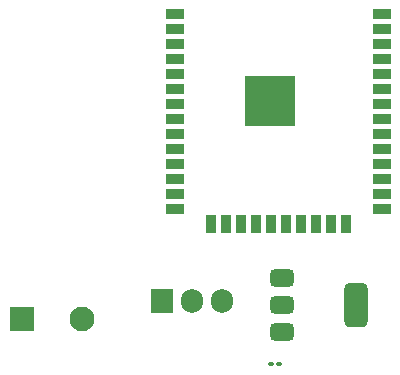
<source format=gbr>
%TF.GenerationSoftware,KiCad,Pcbnew,9.0.0*%
%TF.CreationDate,2025-04-07T22:33:31+05:30*%
%TF.ProjectId,pcb,7063622e-6b69-4636-9164-5f7063625858,rev?*%
%TF.SameCoordinates,Original*%
%TF.FileFunction,Soldermask,Top*%
%TF.FilePolarity,Negative*%
%FSLAX46Y46*%
G04 Gerber Fmt 4.6, Leading zero omitted, Abs format (unit mm)*
G04 Created by KiCad (PCBNEW 9.0.0) date 2025-04-07 22:33:31*
%MOMM*%
%LPD*%
G01*
G04 APERTURE LIST*
G04 Aperture macros list*
%AMRoundRect*
0 Rectangle with rounded corners*
0 $1 Rounding radius*
0 $2 $3 $4 $5 $6 $7 $8 $9 X,Y pos of 4 corners*
0 Add a 4 corners polygon primitive as box body*
4,1,4,$2,$3,$4,$5,$6,$7,$8,$9,$2,$3,0*
0 Add four circle primitives for the rounded corners*
1,1,$1+$1,$2,$3*
1,1,$1+$1,$4,$5*
1,1,$1+$1,$6,$7*
1,1,$1+$1,$8,$9*
0 Add four rect primitives between the rounded corners*
20,1,$1+$1,$2,$3,$4,$5,0*
20,1,$1+$1,$4,$5,$6,$7,0*
20,1,$1+$1,$6,$7,$8,$9,0*
20,1,$1+$1,$8,$9,$2,$3,0*%
G04 Aperture macros list end*
%ADD10RoundRect,0.375000X-0.625000X-0.375000X0.625000X-0.375000X0.625000X0.375000X-0.625000X0.375000X0*%
%ADD11RoundRect,0.500000X-0.500000X-1.400000X0.500000X-1.400000X0.500000X1.400000X-0.500000X1.400000X0*%
%ADD12RoundRect,0.250001X-0.799999X-0.799999X0.799999X-0.799999X0.799999X0.799999X-0.799999X0.799999X0*%
%ADD13C,2.100000*%
%ADD14R,1.905000X2.000000*%
%ADD15O,1.905000X2.000000*%
%ADD16R,1.500000X0.900000*%
%ADD17R,0.900000X1.500000*%
%ADD18C,0.600000*%
%ADD19R,4.200000X4.200000*%
%ADD20RoundRect,0.100000X-0.130000X-0.100000X0.130000X-0.100000X0.130000X0.100000X-0.130000X0.100000X0*%
G04 APERTURE END LIST*
D10*
%TO.C,U2*%
X141270000Y-100185000D03*
X141270000Y-102485000D03*
D11*
X147570000Y-102485000D03*
D10*
X141270000Y-104785000D03*
%TD*%
D12*
%TO.C,M2*%
X119290000Y-103710000D03*
D13*
X124370000Y-103710000D03*
%TD*%
D14*
%TO.C,Q2*%
X131180000Y-102210000D03*
D15*
X133720000Y-102210000D03*
X136260000Y-102210000D03*
%TD*%
D16*
%TO.C,U1*%
X132250000Y-77865000D03*
X132250000Y-79135000D03*
X132250000Y-80405000D03*
X132250000Y-81675000D03*
X132250000Y-82945000D03*
X132250000Y-84215000D03*
X132250000Y-85485000D03*
X132250000Y-86755000D03*
X132250000Y-88025000D03*
X132250000Y-89295000D03*
X132250000Y-90565000D03*
X132250000Y-91835000D03*
X132250000Y-93105000D03*
X132250000Y-94375000D03*
D17*
X135290000Y-95625000D03*
X136560000Y-95625000D03*
X137830000Y-95625000D03*
X139100000Y-95625000D03*
X140370000Y-95625000D03*
X141640000Y-95625000D03*
X142910000Y-95625000D03*
X144180000Y-95625000D03*
X145450000Y-95625000D03*
X146720000Y-95625000D03*
D16*
X149750000Y-94375000D03*
X149750000Y-93105000D03*
X149750000Y-91835000D03*
X149750000Y-90565000D03*
X149750000Y-89295000D03*
X149750000Y-88025000D03*
X149750000Y-86755000D03*
X149750000Y-85485000D03*
X149750000Y-84215000D03*
X149750000Y-82945000D03*
X149750000Y-81675000D03*
X149750000Y-80405000D03*
X149750000Y-79135000D03*
X149750000Y-77865000D03*
D18*
X138795000Y-84442500D03*
X138795000Y-85967500D03*
X139557500Y-83680000D03*
X139557500Y-85205000D03*
X139557500Y-86730000D03*
X140320000Y-84442500D03*
D19*
X140320000Y-85205000D03*
D18*
X140320000Y-85967500D03*
X141082500Y-83680000D03*
X141082500Y-85205000D03*
X141082500Y-86730000D03*
X141845000Y-84442500D03*
X141845000Y-85967500D03*
%TD*%
D20*
%TO.C,R1*%
X140400000Y-107480000D03*
X141040000Y-107480000D03*
%TD*%
M02*

</source>
